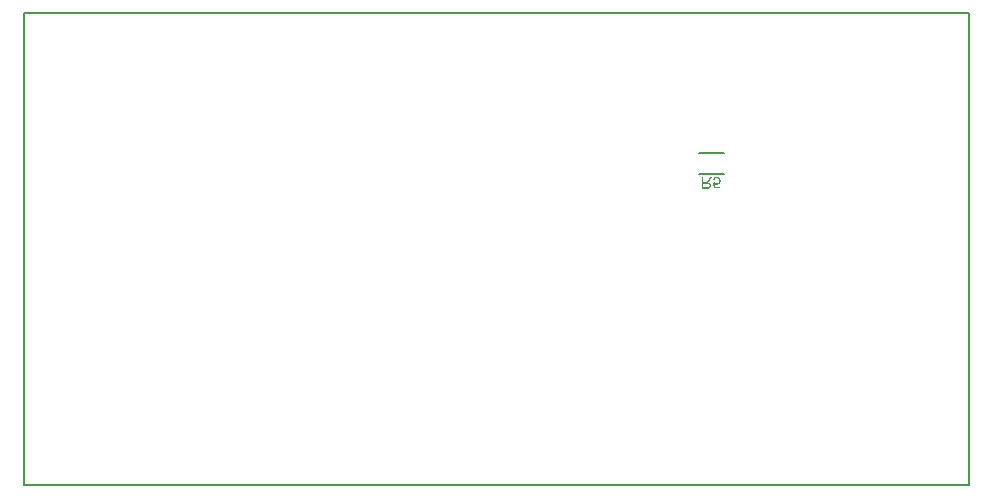
<source format=gbr>
%TF.GenerationSoftware,Altium Limited,Altium Designer,20.2.5 (213)*%
G04 Layer_Color=32896*
%FSLAX45Y45*%
%MOMM*%
%TF.SameCoordinates,5D993310-1A5F-4332-B3F0-AAC5B6D9B5DA*%
%TF.FilePolarity,Positive*%
%TF.FileFunction,Legend,Bot*%
%TF.Part,Single*%
G01*
G75*
%TA.AperFunction,NonConductor*%
%ADD32C,0.20000*%
%ADD33C,0.12700*%
G36*
X6289938Y7961424D02*
X6288039Y7958610D01*
X6287054Y7957343D01*
X6286139Y7956077D01*
X6285224Y7954951D01*
X6284310Y7953896D01*
X6283465Y7952911D01*
X6282692Y7951996D01*
X6281988Y7951152D01*
X6281284Y7950448D01*
X6280721Y7949886D01*
X6280229Y7949323D01*
X6279807Y7948971D01*
X6279525Y7948619D01*
X6279314Y7948478D01*
X6279244Y7948408D01*
X6278118Y7947493D01*
X6276922Y7946649D01*
X6275656Y7945805D01*
X6274389Y7945101D01*
X6273264Y7944468D01*
X6272771Y7944187D01*
X6272349Y7943975D01*
X6271997Y7943764D01*
X6271716Y7943694D01*
X6271575Y7943553D01*
X6271505D01*
X6274037Y7943131D01*
X6276430Y7942639D01*
X6278611Y7942005D01*
X6280651Y7941372D01*
X6282480Y7940598D01*
X6284239Y7939895D01*
X6285717Y7939121D01*
X6287124Y7938347D01*
X6288320Y7937573D01*
X6289305Y7936869D01*
X6290220Y7936236D01*
X6290923Y7935673D01*
X6291486Y7935181D01*
X6291908Y7934829D01*
X6292119Y7934618D01*
X6292190Y7934548D01*
X6293386Y7933211D01*
X6294441Y7931733D01*
X6295356Y7930326D01*
X6296130Y7928849D01*
X6296763Y7927371D01*
X6297326Y7925893D01*
X6297748Y7924486D01*
X6298100Y7923150D01*
X6298381Y7921883D01*
X6298592Y7920757D01*
X6298733Y7919702D01*
X6298874Y7918858D01*
Y7918084D01*
X6298944Y7917521D01*
Y7917239D01*
Y7917099D01*
X6298874Y7915621D01*
X6298804Y7914144D01*
X6298592Y7912737D01*
X6298311Y7911400D01*
X6298030Y7910133D01*
X6297678Y7908937D01*
X6297256Y7907811D01*
X6296904Y7906756D01*
X6296552Y7905841D01*
X6296130Y7904997D01*
X6295778Y7904223D01*
X6295497Y7903590D01*
X6295215Y7903097D01*
X6295075Y7902746D01*
X6294934Y7902535D01*
X6294863Y7902464D01*
X6294090Y7901268D01*
X6293245Y7900142D01*
X6292331Y7899157D01*
X6291486Y7898172D01*
X6290572Y7897328D01*
X6289657Y7896554D01*
X6288742Y7895921D01*
X6287898Y7895288D01*
X6287124Y7894795D01*
X6286350Y7894373D01*
X6285717Y7893951D01*
X6285154Y7893670D01*
X6284662Y7893458D01*
X6284310Y7893318D01*
X6284099Y7893177D01*
X6284028D01*
X6282692Y7892684D01*
X6281214Y7892262D01*
X6279666Y7891911D01*
X6278118Y7891629D01*
X6274811Y7891137D01*
X6273193Y7890996D01*
X6271645Y7890855D01*
X6270097Y7890714D01*
X6268761Y7890644D01*
X6267494Y7890574D01*
X6266368D01*
X6265524Y7890503D01*
X6221128D01*
Y7987879D01*
X6234004D01*
Y7944609D01*
X6250679D01*
X6252156Y7944679D01*
X6253423Y7944749D01*
X6254408Y7944820D01*
X6255111Y7944960D01*
X6255674Y7945031D01*
X6256026Y7945101D01*
X6256096D01*
X6257222Y7945453D01*
X6258277Y7945805D01*
X6259262Y7946297D01*
X6260107Y7946719D01*
X6260881Y7947071D01*
X6261443Y7947423D01*
X6261795Y7947634D01*
X6261936Y7947704D01*
X6263062Y7948478D01*
X6264187Y7949463D01*
X6265243Y7950589D01*
X6266298Y7951644D01*
X6267142Y7952630D01*
X6267846Y7953474D01*
X6268127Y7953826D01*
X6268338Y7954037D01*
X6268409Y7954177D01*
X6268479Y7954248D01*
X6269183Y7955162D01*
X6269957Y7956147D01*
X6271505Y7958258D01*
X6273052Y7960510D01*
X6274530Y7962691D01*
X6275163Y7963676D01*
X6275796Y7964590D01*
X6276359Y7965435D01*
X6276852Y7966209D01*
X6277204Y7966771D01*
X6277485Y7967264D01*
X6277696Y7967545D01*
X6277766Y7967616D01*
X6290642Y7987879D01*
X6306754D01*
X6289938Y7961424D01*
D02*
G37*
G36*
X6348476Y7989356D02*
X6351291Y7989005D01*
X6353894Y7988371D01*
X6356356Y7987668D01*
X6358678Y7986753D01*
X6360789Y7985768D01*
X6362689Y7984713D01*
X6364448Y7983587D01*
X6365995Y7982461D01*
X6367332Y7981406D01*
X6368458Y7980421D01*
X6369443Y7979506D01*
X6370147Y7978732D01*
X6370709Y7978169D01*
X6370991Y7977818D01*
X6371132Y7977677D01*
X6372468Y7975848D01*
X6373664Y7973948D01*
X6374720Y7972048D01*
X6375634Y7970078D01*
X6376338Y7968179D01*
X6376971Y7966279D01*
X6377464Y7964450D01*
X6377886Y7962691D01*
X6378238Y7961072D01*
X6378449Y7959595D01*
X6378660Y7958258D01*
X6378730Y7957062D01*
X6378801Y7956147D01*
X6378871Y7955444D01*
Y7955233D01*
Y7955022D01*
Y7954951D01*
Y7954881D01*
X6378801Y7952348D01*
X6378519Y7949956D01*
X6378027Y7947634D01*
X6377534Y7945453D01*
X6376831Y7943483D01*
X6376057Y7941583D01*
X6375283Y7939895D01*
X6374509Y7938347D01*
X6373664Y7936940D01*
X6372890Y7935673D01*
X6372117Y7934618D01*
X6371483Y7933774D01*
X6370920Y7933070D01*
X6370428Y7932577D01*
X6370147Y7932226D01*
X6370076Y7932155D01*
X6368388Y7930607D01*
X6366629Y7929200D01*
X6364799Y7928075D01*
X6362970Y7927019D01*
X6361141Y7926175D01*
X6359382Y7925471D01*
X6357623Y7924838D01*
X6356005Y7924416D01*
X6354457Y7924064D01*
X6352979Y7923783D01*
X6351713Y7923572D01*
X6350587Y7923431D01*
X6349743Y7923361D01*
X6349039Y7923290D01*
X6348476D01*
X6346717Y7923361D01*
X6344888Y7923572D01*
X6343199Y7923853D01*
X6341511Y7924275D01*
X6339963Y7924697D01*
X6338415Y7925190D01*
X6337008Y7925753D01*
X6335671Y7926316D01*
X6334475Y7926949D01*
X6333349Y7927441D01*
X6332435Y7928004D01*
X6331661Y7928426D01*
X6330957Y7928849D01*
X6330535Y7929130D01*
X6330183Y7929341D01*
X6330113Y7929411D01*
X6335319Y7903168D01*
X6374298D01*
Y7891770D01*
X6325821D01*
X6316393Y7941794D01*
X6327650Y7943272D01*
X6328706Y7941794D01*
X6329902Y7940458D01*
X6331098Y7939332D01*
X6332224Y7938347D01*
X6333279Y7937573D01*
X6334123Y7937010D01*
X6334475Y7936799D01*
X6334686Y7936658D01*
X6334827Y7936518D01*
X6334897D01*
X6336656Y7935603D01*
X6338485Y7934970D01*
X6340244Y7934477D01*
X6341863Y7934196D01*
X6342637Y7934055D01*
X6343270Y7933985D01*
X6343903Y7933914D01*
X6344395D01*
X6344818Y7933844D01*
X6345381D01*
X6347069Y7933914D01*
X6348687Y7934125D01*
X6350235Y7934407D01*
X6351713Y7934759D01*
X6353050Y7935181D01*
X6354246Y7935744D01*
X6355371Y7936236D01*
X6356427Y7936799D01*
X6357341Y7937362D01*
X6358115Y7937854D01*
X6358819Y7938347D01*
X6359382Y7938839D01*
X6359874Y7939191D01*
X6360156Y7939473D01*
X6360367Y7939684D01*
X6360437Y7939754D01*
X6361422Y7940880D01*
X6362337Y7942146D01*
X6363111Y7943413D01*
X6363744Y7944749D01*
X6364307Y7946157D01*
X6364799Y7947493D01*
X6365151Y7948760D01*
X6365503Y7950026D01*
X6365714Y7951293D01*
X6365925Y7952348D01*
X6366066Y7953403D01*
X6366136Y7954248D01*
Y7954951D01*
X6366206Y7955514D01*
Y7955796D01*
Y7955936D01*
X6366136Y7957906D01*
X6365925Y7959736D01*
X6365644Y7961495D01*
X6365292Y7963183D01*
X6364799Y7964731D01*
X6364307Y7966138D01*
X6363744Y7967405D01*
X6363251Y7968601D01*
X6362689Y7969656D01*
X6362126Y7970571D01*
X6361633Y7971345D01*
X6361141Y7971978D01*
X6360789Y7972470D01*
X6360507Y7972893D01*
X6360296Y7973104D01*
X6360226Y7973174D01*
X6359100Y7974300D01*
X6357904Y7975285D01*
X6356638Y7976199D01*
X6355442Y7976903D01*
X6354175Y7977536D01*
X6352979Y7978099D01*
X6351783Y7978521D01*
X6350657Y7978803D01*
X6349602Y7979084D01*
X6348617Y7979295D01*
X6347702Y7979436D01*
X6346999Y7979577D01*
X6346366D01*
X6345943Y7979647D01*
X6345521D01*
X6344184Y7979577D01*
X6342918Y7979436D01*
X6341722Y7979225D01*
X6340596Y7978943D01*
X6339470Y7978592D01*
X6338485Y7978169D01*
X6337500Y7977818D01*
X6336656Y7977325D01*
X6335882Y7976903D01*
X6335249Y7976551D01*
X6334616Y7976129D01*
X6334123Y7975777D01*
X6333701Y7975496D01*
X6333420Y7975285D01*
X6333279Y7975144D01*
X6333209Y7975074D01*
X6332294Y7974159D01*
X6331450Y7973174D01*
X6330746Y7972119D01*
X6330042Y7970993D01*
X6329480Y7969867D01*
X6328987Y7968671D01*
X6328143Y7966490D01*
X6327791Y7965435D01*
X6327510Y7964450D01*
X6327298Y7963535D01*
X6327087Y7962761D01*
X6326947Y7962128D01*
X6326876Y7961706D01*
X6326806Y7961354D01*
Y7961284D01*
X6314282Y7962339D01*
X6314564Y7964590D01*
X6315056Y7966701D01*
X6315619Y7968741D01*
X6316252Y7970641D01*
X6317026Y7972400D01*
X6317871Y7974018D01*
X6318644Y7975496D01*
X6319489Y7976833D01*
X6320333Y7978029D01*
X6321107Y7979084D01*
X6321881Y7979999D01*
X6322514Y7980773D01*
X6323077Y7981336D01*
X6323499Y7981758D01*
X6323781Y7982039D01*
X6323851Y7982110D01*
X6325469Y7983376D01*
X6327158Y7984572D01*
X6328987Y7985557D01*
X6330746Y7986401D01*
X6332575Y7987105D01*
X6334405Y7987668D01*
X6336164Y7988160D01*
X6337852Y7988582D01*
X6339400Y7988864D01*
X6340878Y7989075D01*
X6342214Y7989286D01*
X6343340Y7989356D01*
X6344255Y7989427D01*
X6344958Y7989497D01*
X6345521D01*
X6348476Y7989356D01*
D02*
G37*
%LPC*%
G36*
X6263132Y7933422D02*
X6234004D01*
Y7901268D01*
X6264750D01*
X6266720Y7901339D01*
X6268550Y7901479D01*
X6270238Y7901690D01*
X6271786Y7901972D01*
X6273193Y7902324D01*
X6274530Y7902675D01*
X6275726Y7903097D01*
X6276711Y7903520D01*
X6277626Y7903942D01*
X6278400Y7904364D01*
X6279103Y7904716D01*
X6279666Y7905068D01*
X6280018Y7905349D01*
X6280370Y7905560D01*
X6280510Y7905701D01*
X6280581Y7905771D01*
X6281495Y7906615D01*
X6282269Y7907530D01*
X6282903Y7908445D01*
X6283536Y7909430D01*
X6284028Y7910344D01*
X6284380Y7911329D01*
X6284732Y7912244D01*
X6285013Y7913088D01*
X6285224Y7913933D01*
X6285365Y7914707D01*
X6285506Y7915340D01*
X6285576Y7915973D01*
X6285647Y7916465D01*
Y7916817D01*
Y7917028D01*
Y7917099D01*
X6285506Y7918858D01*
X6285224Y7920476D01*
X6284802Y7921953D01*
X6284380Y7923220D01*
X6283888Y7924275D01*
X6283677Y7924768D01*
X6283465Y7925120D01*
X6283254Y7925401D01*
X6283184Y7925612D01*
X6283043Y7925753D01*
Y7925823D01*
X6281988Y7927230D01*
X6280792Y7928426D01*
X6279525Y7929411D01*
X6278259Y7930256D01*
X6277133Y7930889D01*
X6276711Y7931100D01*
X6276289Y7931311D01*
X6275937Y7931452D01*
X6275656Y7931592D01*
X6275515Y7931663D01*
X6275445D01*
X6274460Y7931944D01*
X6273475Y7932226D01*
X6271223Y7932648D01*
X6268901Y7933000D01*
X6266720Y7933211D01*
X6265665Y7933281D01*
X6264750Y7933351D01*
X6263836D01*
X6263132Y7933422D01*
D02*
G37*
%LPD*%
D32*
X6194690Y8010000D02*
X6405310D01*
X6194690Y8190000D02*
X6405310D01*
D33*
X484800Y5377650D02*
Y9378150D01*
X8485800Y7377900D02*
Y9378150D01*
Y5377650D02*
Y7377900D01*
X484800Y5377650D02*
X8485800D01*
X484800Y9378150D02*
X8485800D01*
%TF.MD5,959065f852ad4d4a1df94f427534c25b*%
M02*

</source>
